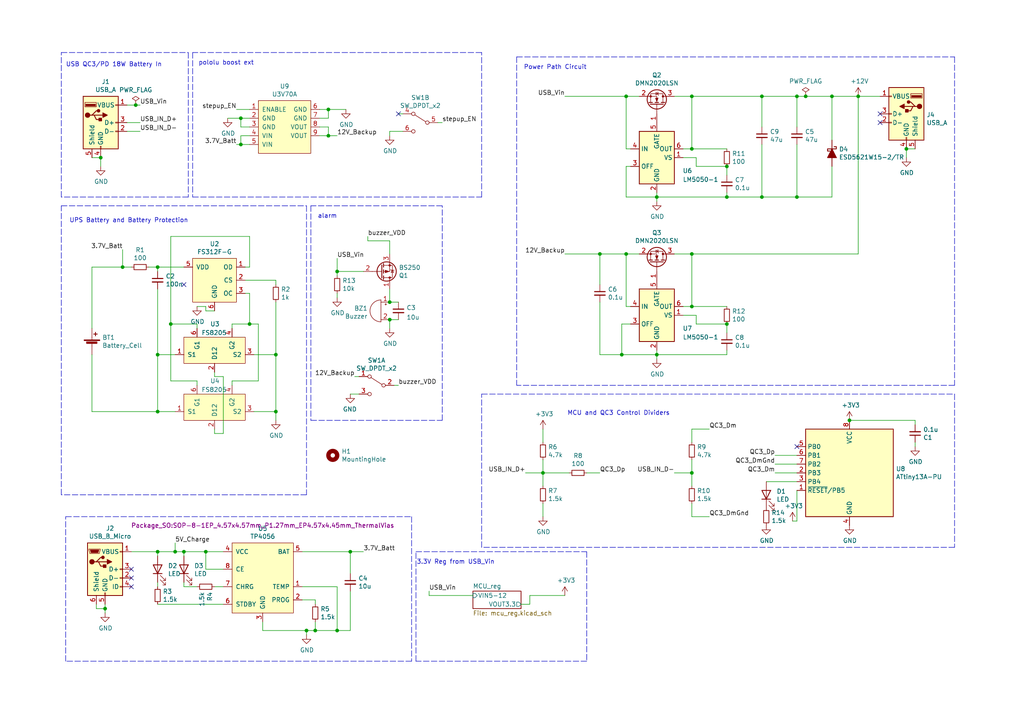
<source format=kicad_sch>
(kicad_sch (version 20210621) (generator eeschema)
  (paper "A4")
  (lib_symbols
    (symbol "Connector:USB_A" (pin_names (offset 1.016))
      (property "Reference" "J" (at -5.08 11.43 0))
      (property "Value" "USB_A" (at -5.08 8.89 0))
      (symbol "USB_A_0_1"
        (circle (center -3.81 2.159) (radius 0.635) (stroke (width 0.254)) (fill (type outline)))
        (circle (center -0.635 3.429) (radius 0.381) (stroke (width 0.254)) (fill (type outline)))
        (rectangle (start -1.27 4.572) (end -4.572 5.842))
        (rectangle (start -0.127 -7.62) (end 0.127 -6.858))
        (rectangle (start 5.08 -2.667) (end 4.318 -2.413))
        (rectangle (start 5.08 -0.127) (end 4.318 0.127))
        (rectangle (start 5.08 4.953) (end 4.318 5.207))
        (rectangle (start -1.524 4.826) (end -4.318 5.334) (fill (type outline)))
        (rectangle (start 0.254 1.27) (end -0.508 0.508) (stroke (width 0.254)) (fill (type outline)))
        (rectangle (start -5.08 -7.62) (end 5.08 7.62) (stroke (width 0.254)) (fill (type background)))
        (polyline (pts (xy -3.175 2.159) (xy -2.54 2.159) (xy -1.27 3.429) (xy -0.635 3.429)) (stroke (width 0.254)))
        (polyline (pts (xy -2.54 2.159) (xy -1.905 2.159) (xy -1.27 0.889) (xy 0 0.889)) (stroke (width 0.254)))
        (polyline (pts (xy 0.635 2.794) (xy 0.635 1.524) (xy 1.905 2.159) (xy 0.635 2.794)) (stroke (width 0.254)) (fill (type outline)))
      )
      (symbol "USB_A_1_1"
        (polyline (pts (xy -1.905 2.159) (xy 0.635 2.159)) (stroke (width 0.254)))
        (pin power_in line (at 7.62 5.08 180) (length 2.54) (name "VBUS") (number "1"))
        (pin bidirectional line (at 7.62 -2.54 180) (length 2.54) (name "D-") (number "2"))
        (pin bidirectional line (at 7.62 0 180) (length 2.54) (name "D+") (number "3"))
        (pin power_in line (at 0 -10.16 90) (length 2.54) (name "GND") (number "4"))
        (pin passive line (at -2.54 -10.16 90) (length 2.54) (name "Shield") (number "5"))
      )
    )
    (symbol "Connector:USB_B_Micro" (pin_names (offset 1.016))
      (property "Reference" "J" (at -5.08 11.43 0))
      (property "Value" "USB_B_Micro" (at -5.08 8.89 0))
      (symbol "USB_B_Micro_0_1"
        (circle (center -3.81 2.159) (radius 0.635) (stroke (width 0.254)) (fill (type outline)))
        (circle (center -0.635 3.429) (radius 0.381) (stroke (width 0.254)) (fill (type outline)))
        (rectangle (start -0.127 -7.62) (end 0.127 -6.858))
        (rectangle (start 5.08 -5.207) (end 4.318 -4.953))
        (rectangle (start 5.08 -2.667) (end 4.318 -2.413))
        (rectangle (start 5.08 -0.127) (end 4.318 0.127))
        (rectangle (start 5.08 4.953) (end 4.318 5.207))
        (rectangle (start 0.254 1.27) (end -0.508 0.508) (stroke (width 0.254)) (fill (type outline)))
        (rectangle (start -5.08 -7.62) (end 5.08 7.62) (stroke (width 0.254)) (fill (type background)))
        (polyline (pts (xy -1.905 2.159) (xy 0.635 2.159)) (stroke (width 0.254)))
        (polyline (pts (xy -3.175 2.159) (xy -2.54 2.159) (xy -1.27 3.429) (xy -0.635 3.429)) (stroke (width 0.254)))
        (polyline (pts (xy -2.54 2.159) (xy -1.905 2.159) (xy -1.27 0.889) (xy 0 0.889)) (stroke (width 0.254)))
        (polyline (pts (xy -4.699 5.842) (xy -4.699 5.588) (xy -4.445 4.826) (xy -4.445 4.572) (xy -1.651 4.572) (xy -1.651 4.826) (xy -1.397 5.588) (xy -1.397 5.842) (xy -4.699 5.842)))
        (polyline (pts (xy 0.635 2.794) (xy 0.635 1.524) (xy 1.905 2.159) (xy 0.635 2.794)) (stroke (width 0.254)) (fill (type outline)))
        (polyline (pts (xy -4.318 5.588) (xy -1.778 5.588) (xy -2.032 4.826) (xy -4.064 4.826) (xy -4.318 5.588)) (fill (type outline)))
      )
      (symbol "USB_B_Micro_1_1"
        (pin power_out line (at 7.62 5.08 180) (length 2.54) (name "VBUS") (number "1"))
        (pin bidirectional line (at 7.62 -2.54 180) (length 2.54) (name "D-") (number "2"))
        (pin bidirectional line (at 7.62 0 180) (length 2.54) (name "D+") (number "3"))
        (pin passive line (at 7.62 -5.08 180) (length 2.54) (name "ID") (number "4"))
        (pin power_out line (at 0 -10.16 90) (length 2.54) (name "GND") (number "5"))
        (pin passive line (at -2.54 -10.16 90) (length 2.54) (name "Shield") (number "6"))
      )
    )
    (symbol "Device:Battery_Cell" (pin_numbers hide) (pin_names (offset 0) hide)
      (property "Reference" "BT" (at 2.54 2.54 0))
      (property "Value" "Battery_Cell" (at 2.54 0 0))
      (symbol "Battery_Cell_0_1"
        (rectangle (start -2.286 1.778) (end 2.286 1.524) (fill (type outline)))
        (rectangle (start -1.5748 1.1938) (end 1.4732 0.6858) (fill (type outline)))
        (polyline (pts (xy 0 0.762) (xy 0 0)))
        (polyline (pts (xy 0 1.778) (xy 0 2.54)))
        (polyline (pts (xy 0.508 3.429) (xy 1.524 3.429)) (stroke (width 0.254)))
        (polyline (pts (xy 1.016 3.937) (xy 1.016 2.921)) (stroke (width 0.254)))
      )
      (symbol "Battery_Cell_1_1"
        (pin passive line (at 0 5.08 270) (length 2.54) (name "+") (number "1"))
        (pin passive line (at 0 -2.54 90) (length 2.54) (name "-") (number "2"))
      )
    )
    (symbol "Device:Buzzer" (pin_names (offset 0.0254) hide)
      (property "Reference" "BZ" (at 3.81 1.27 0))
      (property "Value" "Buzzer" (at 3.81 -1.27 0))
      (symbol "Buzzer_0_1"
        (arc (start 0 -3.175) (end 0 3.175) (radius (at 0 0) (length 3.175) (angles -89.9 89.9)))
        (polyline (pts (xy -1.651 1.905) (xy -1.143 1.905)))
        (polyline (pts (xy -1.397 2.159) (xy -1.397 1.651)))
        (polyline (pts (xy 0 3.175) (xy 0 -3.175)))
      )
      (symbol "Buzzer_1_1"
        (pin passive line (at -2.54 2.54 0) (length 2.54) (name "-") (number "1"))
        (pin passive line (at -2.54 -2.54 0) (length 2.54) (name "+") (number "2"))
      )
    )
    (symbol "Device:C_Small" (pin_numbers hide) (pin_names (offset 0.254) hide)
      (property "Reference" "C" (at 0.254 1.778 0))
      (property "Value" "C_Small" (at 0.254 -2.032 0))
      (symbol "C_Small_0_1"
        (polyline (pts (xy -1.524 -0.508) (xy 1.524 -0.508)) (stroke (width 0.3302)))
        (polyline (pts (xy -1.524 0.508) (xy 1.524 0.508)) (stroke (width 0.3048)))
      )
      (symbol "C_Small_1_1"
        (pin passive line (at 0 2.54 270) (length 2.032) (name "~") (number "1"))
        (pin passive line (at 0 -2.54 90) (length 2.032) (name "~") (number "2"))
      )
    )
    (symbol "Device:D_Schottky_ALT" (pin_numbers hide) (pin_names (offset 1.016) hide)
      (property "Reference" "D" (at 0 2.54 0))
      (property "Value" "D_Schottky_ALT" (at 0 -2.54 0))
      (symbol "D_Schottky_ALT_0_1"
        (polyline (pts (xy 1.27 0) (xy -1.27 0)))
        (polyline (pts (xy -1.905 0.635) (xy -1.905 1.27) (xy -1.27 1.27) (xy -1.27 -1.27) (xy -0.635 -1.27) (xy -0.635 -0.635)) (stroke (width 0.254)))
        (polyline (pts (xy 1.27 1.27) (xy 1.27 -1.27) (xy -1.27 0) (xy 1.27 1.27)) (stroke (width 0.254)) (fill (type outline)))
      )
      (symbol "D_Schottky_ALT_1_1"
        (pin passive line (at -3.81 0 0) (length 2.54) (name "K") (number "1"))
        (pin passive line (at 3.81 0 180) (length 2.54) (name "A") (number "2"))
      )
    )
    (symbol "Device:LED" (pin_numbers hide) (pin_names (offset 1.016) hide)
      (property "Reference" "D" (at 0 2.54 0))
      (property "Value" "LED" (at 0 -2.54 0))
      (symbol "LED_0_1"
        (polyline (pts (xy -1.27 -1.27) (xy -1.27 1.27)) (stroke (width 0.254)))
        (polyline (pts (xy -1.27 0) (xy 1.27 0)))
        (polyline (pts (xy 1.27 -1.27) (xy 1.27 1.27) (xy -1.27 0) (xy 1.27 -1.27)) (stroke (width 0.254)))
        (polyline (pts (xy -3.048 -0.762) (xy -4.572 -2.286) (xy -3.81 -2.286) (xy -4.572 -2.286) (xy -4.572 -1.524)))
        (polyline (pts (xy -1.778 -0.762) (xy -3.302 -2.286) (xy -2.54 -2.286) (xy -3.302 -2.286) (xy -3.302 -1.524)))
      )
      (symbol "LED_1_1"
        (pin passive line (at -3.81 0 0) (length 2.54) (name "K") (number "1"))
        (pin passive line (at 3.81 0 180) (length 2.54) (name "A") (number "2"))
      )
    )
    (symbol "Device:Q_NMOS_GSD" (pin_names (offset 0) hide)
      (property "Reference" "Q" (at 5.08 1.27 0))
      (property "Value" "Q_NMOS_GSD" (at 5.08 -1.27 0))
      (symbol "Q_NMOS_GSD_0_1"
        (circle (center 1.651 0) (radius 2.794) (stroke (width 0.254)))
        (circle (center 2.54 -1.778) (radius 0.254) (fill (type outline)))
        (circle (center 2.54 1.778) (radius 0.254) (fill (type outline)))
        (polyline (pts (xy 0.254 0) (xy -2.54 0)))
        (polyline (pts (xy 0.254 1.905) (xy 0.254 -1.905)) (stroke (width 0.254)))
        (polyline (pts (xy 0.762 -1.27) (xy 0.762 -2.286)) (stroke (width 0.254)))
        (polyline (pts (xy 0.762 0.508) (xy 0.762 -0.508)) (stroke (width 0.254)))
        (polyline (pts (xy 0.762 2.286) (xy 0.762 1.27)) (stroke (width 0.254)))
        (polyline (pts (xy 2.54 2.54) (xy 2.54 1.778)))
        (polyline (pts (xy 2.54 -2.54) (xy 2.54 0) (xy 0.762 0)))
        (polyline (pts (xy 0.762 -1.778) (xy 3.302 -1.778) (xy 3.302 1.778) (xy 0.762 1.778)))
        (polyline (pts (xy 2.794 0.508) (xy 2.921 0.381) (xy 3.683 0.381) (xy 3.81 0.254)))
        (polyline (pts (xy 3.302 0.381) (xy 2.921 -0.254) (xy 3.683 -0.254) (xy 3.302 0.381)))
        (polyline (pts (xy 1.016 0) (xy 2.032 0.381) (xy 2.032 -0.381) (xy 1.016 0)) (fill (type outline)))
      )
      (symbol "Q_NMOS_GSD_1_1"
        (pin input line (at -5.08 0 0) (length 2.54) (name "G") (number "1"))
        (pin passive line (at 2.54 -5.08 90) (length 2.54) (name "S") (number "2"))
        (pin passive line (at 2.54 5.08 270) (length 2.54) (name "D") (number "3"))
      )
    )
    (symbol "Device:R_Small" (pin_numbers hide) (pin_names (offset 0.254) hide)
      (property "Reference" "R" (at 0.762 0.508 0))
      (property "Value" "R_Small" (at 0.762 -1.016 0))
      (symbol "R_Small_0_1"
        (rectangle (start -0.762 1.778) (end 0.762 -1.778) (stroke (width 0.2032)))
      )
      (symbol "R_Small_1_1"
        (pin passive line (at 0 2.54 270) (length 0.762) (name "~") (number "1"))
        (pin passive line (at 0 -2.54 90) (length 0.762) (name "~") (number "2"))
      )
    )
    (symbol "MCU_Microchip_ATtiny:ATtiny13A-PU"
      (property "Reference" "U" (at -12.7 13.97 0))
      (property "Value" "ATtiny13A-PU" (at 2.54 -13.97 0))
      (symbol "ATtiny13A-PU_0_1"
        (rectangle (start -12.7 -12.7) (end 12.7 12.7) (stroke (width 0.254)) (fill (type background)))
      )
      (symbol "ATtiny13A-PU_1_1"
        (pin bidirectional line (at 15.24 -5.08 180) (length 2.54) (name "~{RESET}/PB5") (number "1"))
        (pin bidirectional line (at 15.24 0 180) (length 2.54) (name "PB3") (number "2"))
        (pin bidirectional line (at 15.24 -2.54 180) (length 2.54) (name "PB4") (number "3"))
        (pin power_in line (at 0 -15.24 90) (length 2.54) (name "GND") (number "4"))
        (pin bidirectional line (at 15.24 7.62 180) (length 2.54) (name "PB0") (number "5"))
        (pin bidirectional line (at 15.24 5.08 180) (length 2.54) (name "PB1") (number "6"))
        (pin bidirectional line (at 15.24 2.54 180) (length 2.54) (name "PB2") (number "7"))
        (pin power_in line (at 0 15.24 270) (length 2.54) (name "VCC") (number "8"))
      )
    )
    (symbol "Mechanical:MountingHole" (pin_names (offset 1.016))
      (property "Reference" "H" (at 0 5.08 0))
      (property "Value" "MountingHole" (at 0 3.175 0))
      (symbol "MountingHole_0_1"
        (circle (center 0 0) (radius 1.27) (stroke (width 1.27)))
      )
    )
    (symbol "Power_Management:LM5050-1"
      (property "Reference" "U" (at -5.08 8.89 0))
      (property "Value" "LM5050-1" (at 1.27 8.89 0))
      (symbol "LM5050-1_0_1"
        (rectangle (start -5.08 7.62) (end 5.08 -7.62) (stroke (width 0.254)) (fill (type background)))
      )
      (symbol "LM5050-1_1_1"
        (pin passive line (at 7.62 0 180) (length 2.54) (name "VS") (number "1"))
        (pin power_in line (at 0 -10.16 90) (length 2.54) (name "GND") (number "2"))
        (pin input line (at -7.62 -2.54 0) (length 2.54) (name "OFF") (number "3"))
        (pin input line (at -7.62 2.54 0) (length 2.54) (name "IN") (number "4"))
        (pin output line (at 0 10.16 270) (length 2.54) (name "GATE") (number "5"))
        (pin input line (at 7.62 2.54 180) (length 2.54) (name "OUT") (number "6"))
      )
    )
    (symbol "Switch:SW_DPDT_x2" (pin_names (offset 0) hide)
      (property "Reference" "SW" (at 0 4.318 0))
      (property "Value" "SW_DPDT_x2" (at 0 -5.08 0))
      (symbol "SW_DPDT_x2_0_0"
        (circle (center -2.032 0) (radius 0.508))
        (circle (center 2.032 -2.54) (radius 0.508))
      )
      (symbol "SW_DPDT_x2_0_1"
        (circle (center 2.032 2.54) (radius 0.508))
        (polyline (pts (xy -1.524 0.254) (xy 1.651 2.286)))
      )
      (symbol "SW_DPDT_x2_1_1"
        (pin passive line (at 5.08 2.54 180) (length 2.54) (name "A") (number "1"))
        (pin passive line (at -5.08 0 0) (length 2.54) (name "B") (number "2"))
        (pin passive line (at 5.08 -2.54 180) (length 2.54) (name "C") (number "3"))
      )
      (symbol "SW_DPDT_x2_2_1"
        (pin passive line (at 5.08 2.54 180) (length 2.54) (name "A") (number "4"))
        (pin passive line (at -5.08 0 0) (length 2.54) (name "B") (number "5"))
        (pin passive line (at 5.08 -2.54 180) (length 2.54) (name "C") (number "6"))
      )
    )
    (symbol "Transistor_FET:BS250" (pin_names hide)
      (property "Reference" "Q" (at 5.08 1.905 0))
      (property "Value" "BS250" (at 5.08 0 0))
      (symbol "BS250_0_1"
        (circle (center 1.651 0) (radius 2.794) (stroke (width 0.254)))
        (circle (center 2.54 -1.778) (radius 0.254) (fill (type outline)))
        (circle (center 2.54 1.778) (radius 0.254) (fill (type outline)))
        (polyline (pts (xy 0.254 0) (xy -2.54 0)))
        (polyline (pts (xy 0.254 1.905) (xy 0.254 -1.905)) (stroke (width 0.254)))
        (polyline (pts (xy 0.762 -1.27) (xy 0.762 -2.286)) (stroke (width 0.254)))
        (polyline (pts (xy 0.762 0.508) (xy 0.762 -0.508)) (stroke (width 0.254)))
        (polyline (pts (xy 0.762 2.286) (xy 0.762 1.27)) (stroke (width 0.254)))
        (polyline (pts (xy 2.54 2.54) (xy 2.54 1.778)))
        (polyline (pts (xy 2.54 -2.54) (xy 2.54 0) (xy 0.762 0)))
        (polyline (pts (xy 0.762 1.778) (xy 3.302 1.778) (xy 3.302 -1.778) (xy 0.762 -1.778)))
        (polyline (pts (xy 2.794 -0.508) (xy 2.921 -0.381) (xy 3.683 -0.381) (xy 3.81 -0.254)))
        (polyline (pts (xy 3.302 -0.381) (xy 2.921 0.254) (xy 3.683 0.254) (xy 3.302 -0.381)))
        (polyline (pts (xy 2.286 0) (xy 1.27 0.381) (xy 1.27 -0.381) (xy 2.286 0)) (fill (type outline)))
      )
      (symbol "BS250_1_1"
        (pin passive line (at 2.54 5.08 270) (length 2.54) (name "D") (number "1"))
        (pin input line (at -5.08 0 0) (length 2.54) (name "G") (number "2"))
        (pin passive line (at 2.54 -5.08 90) (length 2.54) (name "S") (number "3"))
      )
    )
    (symbol "lcsc_power:FS312F-G" (pin_names (offset 1.016))
      (property "Reference" "U" (at 0 11.43 0))
      (property "Value" "lcsc_power_FS312F-G" (at 0 8.89 0))
      (symbol "FS312F-G_0_1"
        (rectangle (start -6.35 6.35) (end 6.35 -6.35) (fill (type background)))
      )
      (symbol "FS312F-G_1_1"
        (pin bidirectional line (at -8.89 3.81 0) (length 2.54) (name "OD") (number "1"))
        (pin bidirectional line (at -8.89 0 0) (length 2.54) (name "CS") (number "2"))
        (pin bidirectional line (at -8.89 -3.81 0) (length 2.54) (name "OC") (number "3"))
        (pin bidirectional line (at 8.89 -1.27 180) (length 2.54) hide (name "TD") (number "4"))
        (pin power_in line (at 8.89 3.81 180) (length 2.54) (name "VDD") (number "5"))
        (pin bidirectional line (at 0 -8.89 90) (length 2.54) (name "GND") (number "6"))
      )
    )
    (symbol "lcsc_power:FS8205" (pin_names (offset 1.016))
      (property "Reference" "U" (at -2.54 8.89 0))
      (property "Value" "lcsc_power_FS8205" (at 0 6.35 0))
      (symbol "FS8205_0_1"
        (rectangle (start -8.89 3.81) (end 8.89 -3.81) (fill (type background)))
      )
      (symbol "FS8205_1_1"
        (pin bidirectional line (at -11.43 -1.27 0) (length 2.54) (name "S1") (number "1"))
        (pin bidirectional line (at 0 -6.35 90) (length 2.54) (name "D12") (number "2"))
        (pin bidirectional line (at 11.43 -1.27 180) (length 2.54) (name "S2") (number "3"))
        (pin bidirectional line (at 5.08 6.35 270) (length 2.54) (name "G2") (number "4"))
        (pin bidirectional line (at -5.08 6.35 270) (length 2.54) (name "G1") (number "6"))
      )
    )
    (symbol "lcsc_power:TP4056" (pin_names (offset 1.016))
      (property "Reference" "U" (at 0 15.24 0))
      (property "Value" "lcsc_power_TP4056" (at 0 12.7 0))
      (symbol "TP4056_0_1"
        (rectangle (start -8.89 10.16) (end 8.89 -10.16) (fill (type background)))
      )
      (symbol "TP4056_1_1"
        (pin bidirectional line (at 11.43 -2.54 180) (length 2.54) (name "TEMP") (number "1"))
        (pin bidirectional line (at 11.43 -6.35 180) (length 2.54) (name "PROG") (number "2"))
        (pin bidirectional line (at 0 -12.7 90) (length 2.54) (name "GND") (number "3"))
        (pin power_in line (at -11.43 7.62 0) (length 2.54) (name "VCC") (number "4"))
        (pin bidirectional line (at 11.43 7.62 180) (length 2.54) (name "BAT") (number "5"))
        (pin open_collector line (at -11.43 -7.62 0) (length 2.54) (name "STDBY") (number "6"))
        (pin open_collector line (at -11.43 -2.54 0) (length 2.54) (name "CHRG") (number "7"))
        (pin input line (at -11.43 2.54 0) (length 2.54) (name "CE") (number "8"))
        (pin input line (at 0 -12.7 90) (length 2.54) hide (name "THERMAL") (number "9"))
      )
    )
    (symbol "lcsc_power:U3V70A" (pin_names (offset 1.016))
      (property "Reference" "U" (at 0 8.89 0))
      (property "Value" "lcsc_power_U3V70A" (at 0 -8.89 0))
      (symbol "U3V70A_0_1"
        (rectangle (start -7.62 7.62) (end 7.62 -7.62) (fill (type background)))
      )
      (symbol "U3V70A_1_1"
        (pin power_in line (at -10.16 5.08 0) (length 2.54) (name "ENABLE") (number "1"))
        (pin power_in line (at -10.16 2.54 0) (length 2.54) (name "GND") (number "2"))
        (pin power_in line (at -10.16 0 0) (length 2.54) (name "GND") (number "3"))
        (pin power_in line (at -10.16 -2.54 0) (length 2.54) (name "VIN") (number "4"))
        (pin power_in line (at -10.16 -5.08 0) (length 2.54) (name "VIN") (number "5"))
        (pin input line (at 10.16 5.08 180) (length 2.54) (name "GND") (number "6"))
        (pin input line (at 10.16 2.54 180) (length 2.54) (name "GND") (number "7"))
        (pin input line (at 10.16 0 180) (length 2.54) (name "VOUT") (number "8"))
        (pin input line (at 10.16 -2.54 180) (length 2.54) (name "VOUT") (number "9"))
      )
    )
    (symbol "power:+12V" (power) (pin_names (offset 0))
      (property "Value" "+12V" (at 0 3.556 0))
      (symbol "+12V_0_1"
        (polyline (pts (xy -0.762 1.27) (xy 0 2.54)))
        (polyline (pts (xy 0 0) (xy 0 2.54)))
        (polyline (pts (xy 0 2.54) (xy 0.762 1.27)))
      )
      (symbol "+12V_1_1"
        (pin power_in line (at 0 0 90) (length 0) hide (name "+12V") (number "1"))
      )
    )
    (symbol "power:+3V3" (power) (pin_names (offset 0))
      (property "Value" "+3V3" (at 0 3.556 0))
      (symbol "+3V3_0_1"
        (polyline (pts (xy -0.762 1.27) (xy 0 2.54)))
        (polyline (pts (xy 0 0) (xy 0 2.54)))
        (polyline (pts (xy 0 2.54) (xy 0.762 1.27)))
      )
      (symbol "+3V3_1_1"
        (pin power_in line (at 0 0 90) (length 0) hide (name "+3V3") (number "1"))
      )
    )
    (symbol "power:GND" (power) (pin_names (offset 0))
      (property "Value" "GND" (at 0 -3.81 0))
      (symbol "GND_0_1"
        (polyline (pts (xy 0 0) (xy 0 -1.27) (xy 1.27 -1.27) (xy 0 -2.54) (xy -1.27 -1.27) (xy 0 -1.27)))
      )
      (symbol "GND_1_1"
        (pin power_in line (at 0 0 270) (length 0) hide (name "GND") (number "1"))
      )
    )
    (symbol "power:PWR_FLAG" (power) (pin_numbers hide) (pin_names (offset 0) hide)
      (property "Value" "PWR_FLAG" (at 0 3.81 0))
      (symbol "PWR_FLAG_0_0"
        (pin power_out line (at 0 0 90) (length 0) (name "pwr") (number "1"))
      )
      (symbol "PWR_FLAG_0_1"
        (polyline (pts (xy 0 0) (xy 0 1.27) (xy -1.016 1.905) (xy 0 2.54) (xy 1.016 1.905) (xy 0 1.27)))
      )
    )
  )
  (junction (at 29.21 45.72))
  (junction (at 30.48 176.53))
  (junction (at 35.56 77.47))
  (junction (at 39.37 30.48))
  (junction (at 45.72 77.47))
  (junction (at 45.72 102.87))
  (junction (at 45.72 119.38))
  (junction (at 45.72 160.02))
  (junction (at 49.53 93.98))
  (junction (at 50.8 160.02))
  (junction (at 53.34 160.02))
  (junction (at 59.69 160.02))
  (junction (at 69.85 34.29))
  (junction (at 69.85 41.91))
  (junction (at 72.39 93.98))
  (junction (at 80.01 102.87))
  (junction (at 80.01 119.38))
  (junction (at 88.9 182.88))
  (junction (at 91.44 182.88))
  (junction (at 95.25 31.75))
  (junction (at 95.25 39.37))
  (junction (at 97.79 78.74))
  (junction (at 97.79 182.88))
  (junction (at 101.6 160.02))
  (junction (at 113.03 87.63))
  (junction (at 113.03 92.71))
  (junction (at 157.48 137.16))
  (junction (at 173.99 73.66))
  (junction (at 180.34 102.87))
  (junction (at 181.61 27.94))
  (junction (at 181.61 73.66))
  (junction (at 190.5 57.15))
  (junction (at 190.5 102.87))
  (junction (at 200.66 27.94))
  (junction (at 200.66 43.18))
  (junction (at 200.66 73.66))
  (junction (at 200.66 88.9))
  (junction (at 200.66 137.16))
  (junction (at 210.82 48.26))
  (junction (at 210.82 57.15))
  (junction (at 210.82 93.98))
  (junction (at 220.98 27.94))
  (junction (at 220.98 57.15))
  (junction (at 231.14 27.94))
  (junction (at 231.14 57.15))
  (junction (at 233.68 27.94))
  (junction (at 241.3 27.94))
  (junction (at 246.38 121.92))
  (junction (at 248.92 27.94))
  (junction (at 262.89 43.18))
  (no_connect (at 38.1 165.1))
  (no_connect (at 38.1 167.64))
  (no_connect (at 38.1 170.18))
  (no_connect (at 53.34 82.55))
  (no_connect (at 115.57 33.02))
  (no_connect (at 231.14 129.54))
  (no_connect (at 255.27 33.02))
  (no_connect (at 255.27 35.56))
  (wire (pts (xy 26.67 45.72) (xy 29.21 45.72)))
  (wire (pts (xy 26.67 77.47) (xy 26.67 95.25)))
  (wire (pts (xy 26.67 102.87) (xy 26.67 119.38)))
  (wire (pts (xy 26.67 119.38) (xy 45.72 119.38)))
  (wire (pts (xy 27.94 176.53) (xy 27.94 175.26)))
  (wire (pts (xy 29.21 45.72) (xy 29.21 48.26)))
  (wire (pts (xy 30.48 175.26) (xy 30.48 176.53)))
  (wire (pts (xy 30.48 176.53) (xy 27.94 176.53)))
  (wire (pts (xy 30.48 176.53) (xy 30.48 177.8)))
  (wire (pts (xy 35.56 72.39) (xy 35.56 77.47)))
  (wire (pts (xy 35.56 77.47) (xy 26.67 77.47)))
  (wire (pts (xy 36.83 30.48) (xy 39.37 30.48)))
  (wire (pts (xy 36.83 38.1) (xy 40.64 38.1)))
  (wire (pts (xy 38.1 77.47) (xy 35.56 77.47)))
  (wire (pts (xy 38.1 160.02) (xy 45.72 160.02)))
  (wire (pts (xy 39.37 30.48) (xy 40.64 30.48)))
  (wire (pts (xy 40.64 35.56) (xy 36.83 35.56)))
  (wire (pts (xy 43.18 77.47) (xy 45.72 77.47)))
  (wire (pts (xy 45.72 77.47) (xy 45.72 78.74)))
  (wire (pts (xy 45.72 77.47) (xy 53.34 77.47)))
  (wire (pts (xy 45.72 83.82) (xy 45.72 102.87)))
  (wire (pts (xy 45.72 102.87) (xy 45.72 119.38)))
  (wire (pts (xy 45.72 102.87) (xy 50.8 102.87)))
  (wire (pts (xy 45.72 119.38) (xy 50.8 119.38)))
  (wire (pts (xy 45.72 160.02) (xy 45.72 161.29)))
  (wire (pts (xy 45.72 160.02) (xy 50.8 160.02)))
  (wire (pts (xy 45.72 168.91) (xy 45.72 170.18)))
  (wire (pts (xy 45.72 175.26) (xy 64.77 175.26)))
  (wire (pts (xy 49.53 68.58) (xy 72.39 68.58)))
  (wire (pts (xy 49.53 93.98) (xy 49.53 68.58)))
  (wire (pts (xy 49.53 93.98) (xy 49.53 110.49)))
  (wire (pts (xy 49.53 110.49) (xy 57.15 110.49)))
  (wire (pts (xy 50.8 157.48) (xy 50.8 160.02)))
  (wire (pts (xy 50.8 160.02) (xy 53.34 160.02)))
  (wire (pts (xy 53.34 160.02) (xy 53.34 161.29)))
  (wire (pts (xy 53.34 160.02) (xy 59.69 160.02)))
  (wire (pts (xy 53.34 168.91) (xy 53.34 170.18)))
  (wire (pts (xy 53.34 170.18) (xy 57.15 170.18)))
  (wire (pts (xy 57.15 88.9) (xy 59.69 88.9)))
  (wire (pts (xy 57.15 93.98) (xy 49.53 93.98)))
  (wire (pts (xy 57.15 93.98) (xy 57.15 95.25)))
  (wire (pts (xy 57.15 110.49) (xy 57.15 111.76)))
  (wire (pts (xy 59.69 90.17) (xy 59.69 88.9)))
  (wire (pts (xy 59.69 90.17) (xy 62.23 90.17)))
  (wire (pts (xy 59.69 160.02) (xy 64.77 160.02)))
  (wire (pts (xy 59.69 165.1) (xy 59.69 160.02)))
  (wire (pts (xy 62.23 107.95) (xy 62.23 109.22)))
  (wire (pts (xy 62.23 109.22) (xy 64.77 109.22)))
  (wire (pts (xy 62.23 125.73) (xy 62.23 124.46)))
  (wire (pts (xy 62.23 170.18) (xy 64.77 170.18)))
  (wire (pts (xy 64.77 109.22) (xy 64.77 125.73)))
  (wire (pts (xy 64.77 125.73) (xy 62.23 125.73)))
  (wire (pts (xy 64.77 165.1) (xy 59.69 165.1)))
  (wire (pts (xy 66.04 34.29) (xy 69.85 34.29)))
  (wire (pts (xy 67.31 93.98) (xy 67.31 95.25)))
  (wire (pts (xy 67.31 93.98) (xy 72.39 93.98)))
  (wire (pts (xy 67.31 110.49) (xy 67.31 111.76)))
  (wire (pts (xy 67.31 110.49) (xy 74.93 110.49)))
  (wire (pts (xy 68.58 31.75) (xy 72.39 31.75)))
  (wire (pts (xy 68.58 41.91) (xy 69.85 41.91)))
  (wire (pts (xy 69.85 34.29) (xy 72.39 34.29)))
  (wire (pts (xy 69.85 36.83) (xy 69.85 34.29)))
  (wire (pts (xy 69.85 39.37) (xy 69.85 41.91)))
  (wire (pts (xy 69.85 39.37) (xy 72.39 39.37)))
  (wire (pts (xy 69.85 41.91) (xy 72.39 41.91)))
  (wire (pts (xy 71.12 85.09) (xy 72.39 85.09)))
  (wire (pts (xy 72.39 36.83) (xy 69.85 36.83)))
  (wire (pts (xy 72.39 68.58) (xy 72.39 77.47)))
  (wire (pts (xy 72.39 77.47) (xy 71.12 77.47)))
  (wire (pts (xy 72.39 85.09) (xy 72.39 93.98)))
  (wire (pts (xy 73.66 102.87) (xy 80.01 102.87)))
  (wire (pts (xy 73.66 119.38) (xy 80.01 119.38)))
  (wire (pts (xy 74.93 93.98) (xy 72.39 93.98)))
  (wire (pts (xy 74.93 110.49) (xy 74.93 93.98)))
  (wire (pts (xy 76.2 180.34) (xy 76.2 182.88)))
  (wire (pts (xy 76.2 182.88) (xy 88.9 182.88)))
  (wire (pts (xy 80.01 81.28) (xy 71.12 81.28)))
  (wire (pts (xy 80.01 82.55) (xy 80.01 81.28)))
  (wire (pts (xy 80.01 87.63) (xy 80.01 102.87)))
  (wire (pts (xy 80.01 102.87) (xy 80.01 119.38)))
  (wire (pts (xy 80.01 119.38) (xy 80.01 121.92)))
  (wire (pts (xy 87.63 170.18) (xy 97.79 170.18)))
  (wire (pts (xy 87.63 173.99) (xy 91.44 173.99)))
  (wire (pts (xy 88.9 182.88) (xy 88.9 184.15)))
  (wire (pts (xy 88.9 182.88) (xy 91.44 182.88)))
  (wire (pts (xy 91.44 173.99) (xy 91.44 175.26)))
  (wire (pts (xy 91.44 180.34) (xy 91.44 182.88)))
  (wire (pts (xy 91.44 182.88) (xy 97.79 182.88)))
  (wire (pts (xy 92.71 31.75) (xy 95.25 31.75)))
  (wire (pts (xy 92.71 36.83) (xy 95.25 36.83)))
  (wire (pts (xy 92.71 39.37) (xy 95.25 39.37)))
  (wire (pts (xy 95.25 31.75) (xy 95.25 34.29)))
  (wire (pts (xy 95.25 31.75) (xy 100.33 31.75)))
  (wire (pts (xy 95.25 34.29) (xy 92.71 34.29)))
  (wire (pts (xy 95.25 36.83) (xy 95.25 39.37)))
  (wire (pts (xy 95.25 39.37) (xy 97.79 39.37)))
  (wire (pts (xy 97.79 74.93) (xy 97.79 78.74)))
  (wire (pts (xy 97.79 78.74) (xy 97.79 80.01)))
  (wire (pts (xy 97.79 78.74) (xy 105.41 78.74)))
  (wire (pts (xy 97.79 85.09) (xy 97.79 86.36)))
  (wire (pts (xy 97.79 170.18) (xy 97.79 182.88)))
  (wire (pts (xy 97.79 182.88) (xy 101.6 182.88)))
  (wire (pts (xy 101.6 160.02) (xy 87.63 160.02)))
  (wire (pts (xy 101.6 166.37) (xy 101.6 160.02)))
  (wire (pts (xy 101.6 182.88) (xy 101.6 171.45)))
  (wire (pts (xy 104.14 109.22) (xy 102.87 109.22)))
  (wire (pts (xy 104.14 114.3) (xy 101.6 114.3)))
  (wire (pts (xy 105.41 160.02) (xy 101.6 160.02)))
  (wire (pts (xy 106.68 68.58) (xy 106.68 69.85)))
  (wire (pts (xy 106.68 69.85) (xy 113.03 69.85)))
  (wire (pts (xy 113.03 38.1) (xy 113.03 39.37)))
  (wire (pts (xy 113.03 38.1) (xy 116.84 38.1)))
  (wire (pts (xy 113.03 69.85) (xy 113.03 73.66)))
  (wire (pts (xy 113.03 83.82) (xy 113.03 87.63)))
  (wire (pts (xy 113.03 87.63) (xy 115.57 87.63)))
  (wire (pts (xy 113.03 92.71) (xy 113.03 95.25)))
  (wire (pts (xy 113.03 92.71) (xy 115.57 92.71)))
  (wire (pts (xy 115.57 33.02) (xy 116.84 33.02)))
  (wire (pts (xy 115.57 111.76) (xy 114.3 111.76)))
  (wire (pts (xy 124.46 171.45) (xy 124.46 172.72)))
  (wire (pts (xy 124.46 172.72) (xy 137.16 172.72)))
  (wire (pts (xy 128.27 35.56) (xy 127 35.56)))
  (wire (pts (xy 152.4 137.16) (xy 157.48 137.16)))
  (wire (pts (xy 153.67 172.72) (xy 153.67 175.26)))
  (wire (pts (xy 153.67 172.72) (xy 163.83 172.72)))
  (wire (pts (xy 153.67 175.26) (xy 151.13 175.26)))
  (wire (pts (xy 157.48 124.46) (xy 157.48 128.27)))
  (wire (pts (xy 157.48 133.35) (xy 157.48 137.16)))
  (wire (pts (xy 157.48 137.16) (xy 157.48 140.97)))
  (wire (pts (xy 157.48 137.16) (xy 165.1 137.16)))
  (wire (pts (xy 157.48 146.05) (xy 157.48 149.86)))
  (wire (pts (xy 163.83 27.94) (xy 181.61 27.94)))
  (wire (pts (xy 163.83 73.66) (xy 173.99 73.66)))
  (wire (pts (xy 170.18 137.16) (xy 173.99 137.16)))
  (wire (pts (xy 173.99 73.66) (xy 173.99 82.55)))
  (wire (pts (xy 173.99 73.66) (xy 181.61 73.66)))
  (wire (pts (xy 173.99 87.63) (xy 173.99 102.87)))
  (wire (pts (xy 173.99 102.87) (xy 180.34 102.87)))
  (wire (pts (xy 180.34 93.98) (xy 180.34 102.87)))
  (wire (pts (xy 180.34 93.98) (xy 182.88 93.98)))
  (wire (pts (xy 180.34 102.87) (xy 190.5 102.87)))
  (wire (pts (xy 181.61 27.94) (xy 181.61 43.18)))
  (wire (pts (xy 181.61 43.18) (xy 182.88 43.18)))
  (wire (pts (xy 181.61 48.26) (xy 181.61 57.15)))
  (wire (pts (xy 181.61 57.15) (xy 190.5 57.15)))
  (wire (pts (xy 181.61 73.66) (xy 181.61 88.9)))
  (wire (pts (xy 181.61 88.9) (xy 182.88 88.9)))
  (wire (pts (xy 182.88 48.26) (xy 181.61 48.26)))
  (wire (pts (xy 185.42 27.94) (xy 181.61 27.94)))
  (wire (pts (xy 185.42 73.66) (xy 181.61 73.66)))
  (wire (pts (xy 190.5 55.88) (xy 190.5 57.15)))
  (wire (pts (xy 190.5 57.15) (xy 190.5 58.42)))
  (wire (pts (xy 190.5 57.15) (xy 210.82 57.15)))
  (wire (pts (xy 190.5 101.6) (xy 190.5 102.87)))
  (wire (pts (xy 190.5 102.87) (xy 190.5 104.14)))
  (wire (pts (xy 190.5 102.87) (xy 210.82 102.87)))
  (wire (pts (xy 195.58 27.94) (xy 200.66 27.94)))
  (wire (pts (xy 195.58 73.66) (xy 200.66 73.66)))
  (wire (pts (xy 200.66 27.94) (xy 220.98 27.94)))
  (wire (pts (xy 200.66 43.18) (xy 198.12 43.18)))
  (wire (pts (xy 200.66 43.18) (xy 200.66 27.94)))
  (wire (pts (xy 200.66 43.18) (xy 210.82 43.18)))
  (wire (pts (xy 200.66 73.66) (xy 248.92 73.66)))
  (wire (pts (xy 200.66 88.9) (xy 198.12 88.9)))
  (wire (pts (xy 200.66 88.9) (xy 200.66 73.66)))
  (wire (pts (xy 200.66 88.9) (xy 210.82 88.9)))
  (wire (pts (xy 200.66 124.46) (xy 200.66 128.27)))
  (wire (pts (xy 200.66 124.46) (xy 205.74 124.46)))
  (wire (pts (xy 200.66 133.35) (xy 200.66 137.16)))
  (wire (pts (xy 200.66 137.16) (xy 195.58 137.16)))
  (wire (pts (xy 200.66 137.16) (xy 200.66 140.97)))
  (wire (pts (xy 200.66 146.05) (xy 200.66 149.86)))
  (wire (pts (xy 200.66 149.86) (xy 205.74 149.86)))
  (wire (pts (xy 201.93 45.72) (xy 198.12 45.72)))
  (wire (pts (xy 201.93 48.26) (xy 201.93 45.72)))
  (wire (pts (xy 201.93 91.44) (xy 198.12 91.44)))
  (wire (pts (xy 201.93 93.98) (xy 201.93 91.44)))
  (wire (pts (xy 210.82 48.26) (xy 201.93 48.26)))
  (wire (pts (xy 210.82 48.26) (xy 210.82 50.8)))
  (wire (pts (xy 210.82 57.15) (xy 210.82 55.88)))
  (wire (pts (xy 210.82 93.98) (xy 201.93 93.98)))
  (wire (pts (xy 210.82 93.98) (xy 210.82 96.52)))
  (wire (pts (xy 210.82 102.87) (xy 210.82 101.6)))
  (wire (pts (xy 220.98 27.94) (xy 220.98 36.83)))
  (wire (pts (xy 220.98 27.94) (xy 231.14 27.94)))
  (wire (pts (xy 220.98 41.91) (xy 220.98 57.15)))
  (wire (pts (xy 220.98 57.15) (xy 210.82 57.15)))
  (wire (pts (xy 222.25 139.7) (xy 231.14 139.7)))
  (wire (pts (xy 224.79 132.08) (xy 231.14 132.08)))
  (wire (pts (xy 224.79 134.62) (xy 231.14 134.62)))
  (wire (pts (xy 224.79 137.16) (xy 231.14 137.16)))
  (wire (pts (xy 231.14 27.94) (xy 233.68 27.94)))
  (wire (pts (xy 231.14 36.83) (xy 231.14 27.94)))
  (wire (pts (xy 231.14 41.91) (xy 231.14 57.15)))
  (wire (pts (xy 231.14 57.15) (xy 220.98 57.15)))
  (wire (pts (xy 231.14 142.24) (xy 231.14 151.13)))
  (wire (pts (xy 231.14 151.13) (xy 229.87 151.13)))
  (wire (pts (xy 233.68 27.94) (xy 241.3 27.94)))
  (wire (pts (xy 241.3 27.94) (xy 248.92 27.94)))
  (wire (pts (xy 241.3 40.64) (xy 241.3 27.94)))
  (wire (pts (xy 241.3 48.26) (xy 241.3 57.15)))
  (wire (pts (xy 241.3 57.15) (xy 231.14 57.15)))
  (wire (pts (xy 246.38 121.92) (xy 265.43 121.92)))
  (wire (pts (xy 248.92 27.94) (xy 255.27 27.94)))
  (wire (pts (xy 248.92 73.66) (xy 248.92 27.94)))
  (wire (pts (xy 262.89 43.18) (xy 262.89 45.72)))
  (wire (pts (xy 262.89 43.18) (xy 265.43 43.18)))
  (wire (pts (xy 265.43 121.92) (xy 265.43 123.19)))
  (wire (pts (xy 265.43 128.27) (xy 265.43 129.54)))
  (polyline (pts (xy 17.78 15.24) (xy 54.61 15.24)))
  (polyline (pts (xy 17.78 57.15) (xy 17.78 15.24)))
  (polyline (pts (xy 17.78 59.69) (xy 88.9 59.69)))
  (polyline (pts (xy 17.78 143.51) (xy 17.78 59.69)))
  (polyline (pts (xy 19.05 149.86) (xy 119.38 149.86)))
  (polyline (pts (xy 19.05 191.77) (xy 19.05 149.86)))
  (polyline (pts (xy 54.61 15.24) (xy 54.61 57.15)))
  (polyline (pts (xy 54.61 57.15) (xy 17.78 57.15)))
  (polyline (pts (xy 55.88 15.24) (xy 55.88 57.15)))
  (polyline (pts (xy 55.88 57.15) (xy 139.7 57.15)))
  (polyline (pts (xy 88.9 59.69) (xy 88.9 143.51)))
  (polyline (pts (xy 88.9 143.51) (xy 17.78 143.51)))
  (polyline (pts (xy 90.17 59.69) (xy 90.17 121.92)))
  (polyline (pts (xy 90.17 121.92) (xy 128.27 121.92)))
  (polyline (pts (xy 119.38 149.86) (xy 119.38 191.77)))
  (polyline (pts (xy 119.38 191.77) (xy 19.05 191.77)))
  (polyline (pts (xy 120.65 160.02) (xy 170.18 160.02)))
  (polyline (pts (xy 120.65 191.77) (xy 120.65 160.02)))
  (polyline (pts (xy 128.27 59.69) (xy 90.17 59.69)))
  (polyline (pts (xy 128.27 121.92) (xy 128.27 59.69)))
  (polyline (pts (xy 139.7 15.24) (xy 55.88 15.24)))
  (polyline (pts (xy 139.7 57.15) (xy 139.7 15.24)))
  (polyline (pts (xy 139.7 114.3) (xy 276.86 114.3)))
  (polyline (pts (xy 139.7 158.75) (xy 139.7 114.3)))
  (polyline (pts (xy 149.86 16.51) (xy 149.86 111.76)))
  (polyline (pts (xy 149.86 16.51) (xy 276.86 16.51)))
  (polyline (pts (xy 170.18 160.02) (xy 170.18 191.77)))
  (polyline (pts (xy 170.18 191.77) (xy 120.65 191.77)))
  (polyline (pts (xy 276.86 16.51) (xy 276.86 111.76)))
  (polyline (pts (xy 276.86 111.76) (xy 149.86 111.76)))
  (polyline (pts (xy 276.86 114.3) (xy 276.86 158.75)))
  (polyline (pts (xy 276.86 158.75) (xy 139.7 158.75)))
  (text "USB QC3/PD 18W Battery In\n\n" (at 46.99 21.59 180) (effects (font (size 1.27 1.27)) (justify right bottom)))
  (text "UPS Battery and Battery Protection\n" (at 54.61 64.77 180) (effects (font (size 1.27 1.27)) (justify right bottom)))
  (text "pololu boost ext" (at 73.66 19.05 180) (effects (font (size 1.27 1.27)) (justify right bottom)))
  (text "alarm\n" (at 97.79 63.5 180) (effects (font (size 1.27 1.27)) (justify right bottom)))
  (text "3.3V Reg from USB_Vin\n" (at 143.51 163.83 180) (effects (font (size 1.27 1.27)) (justify right bottom)))
  (text "Power Path Circuit" (at 170.18 20.32 180) (effects (font (size 1.27 1.27)) (justify right bottom)))
  (text "MCU and QC3 Control Dividers\n" (at 194.31 120.65 180) (effects (font (size 1.27 1.27)) (justify right bottom)))
  (label "3.7V_Batt" (at 35.56 72.39 180))
  (label "USB_Vin" (at 40.64 30.48 0))
  (label "USB_IN_D+" (at 40.64 35.56 0))
  (label "USB_IN_D-" (at 40.64 38.1 0))
  (label "5V_Charge" (at 50.8 157.48 0))
  (label "stepup_EN" (at 68.58 31.75 180))
  (label "3.7V_Batt" (at 68.58 41.91 180))
  (label "12V_Backup" (at 97.79 39.37 0))
  (label "USB_Vin" (at 97.79 74.93 0))
  (label "12V_Backup" (at 102.87 109.22 180))
  (label "3.7V_Batt" (at 105.41 160.02 0))
  (label "buzzer_VDD" (at 106.68 68.58 0))
  (label "buzzer_VDD" (at 115.57 111.76 0))
  (label "USB_Vin" (at 124.46 171.45 0))
  (label "stepup_EN" (at 128.27 35.56 0))
  (label "USB_IN_D+" (at 152.4 137.16 180))
  (label "USB_Vin" (at 163.83 27.94 180))
  (label "12V_Backup" (at 163.83 73.66 180))
  (label "QC3_Dp" (at 173.99 137.16 0))
  (label "USB_IN_D-" (at 195.58 137.16 180))
  (label "QC3_Dm" (at 205.74 124.46 0))
  (label "QC3_DmGnd" (at 205.74 149.86 0))
  (label "QC3_Dp" (at 224.79 132.08 180))
  (label "QC3_DmGnd" (at 224.79 134.62 180))
  (label "QC3_Dm" (at 224.79 137.16 180))
  (symbol (lib_id "power:+3V3") (at 157.48 124.46 0) (unit 1)
    (property "Reference" "#PWR0104" (effects hide))
    (property "Value" "+3V3" (at 157.861 120.0658 0))
  )
  (symbol (lib_id "power:+3V3") (at 163.83 172.72 0) (unit 1)
    (property "Reference" "#PWR0106" (effects hide))
    (property "Value" "+3V3" (at 164.211 168.3258 0))
  )
  (symbol (lib_id "power:+3V3") (at 229.87 151.13 0) (unit 1)
    (property "Reference" "#PWR0109" (effects hide))
    (property "Value" "+3V3" (at 230.251 146.7358 0))
  )
  (symbol (lib_id "power:+3V3") (at 246.38 121.92 0) (unit 1)
    (property "Reference" "#PWR0105" (effects hide))
    (property "Value" "+3V3" (at 246.761 117.5258 0))
  )
  (symbol (lib_id "power:+12V") (at 248.92 27.94 0) (unit 1)
    (property "Reference" "#PWR019" (effects hide))
    (property "Value" "+12V" (at 249.301 23.5458 0))
  )
  (symbol (lib_id "power:PWR_FLAG") (at 39.37 30.48 0) (unit 1)
    (property "Reference" "#FLG01" (effects hide))
    (property "Value" "PWR_FLAG" (at 39.37 26.0858 0))
  )
  (symbol (lib_id "power:PWR_FLAG") (at 233.68 27.94 0) (unit 1)
    (property "Reference" "#FLG02" (effects hide))
    (property "Value" "PWR_FLAG" (at 233.68 23.5458 0))
  )
  (symbol (lib_id "power:GND") (at 29.21 48.26 0) (unit 1)
    (property "Reference" "#PWR03" (effects hide))
    (property "Value" "GND" (at 29.337 52.6542 0))
  )
  (symbol (lib_id "power:GND") (at 30.48 177.8 0) (unit 1)
    (property "Reference" "#PWR01" (effects hide))
    (property "Value" "GND" (at 30.607 182.1942 0))
  )
  (symbol (lib_id "power:GND") (at 57.15 88.9 0) (unit 1)
    (property "Reference" "#PWR05" (effects hide))
    (property "Value" "GND" (at 57.277 93.2942 0))
  )
  (symbol (lib_id "power:GND") (at 66.04 34.29 0) (unit 1)
    (property "Reference" "#PWR012" (effects hide))
    (property "Value" "GND" (at 66.167 38.6842 0))
  )
  (symbol (lib_id "power:GND") (at 80.01 121.92 0) (unit 1)
    (property "Reference" "#PWR0101" (effects hide))
    (property "Value" "GND" (at 80.137 126.3142 0))
  )
  (symbol (lib_id "power:GND") (at 88.9 184.15 0) (unit 1)
    (property "Reference" "#PWR0102" (effects hide))
    (property "Value" "GND" (at 89.027 188.5442 0))
  )
  (symbol (lib_id "power:GND") (at 97.79 86.36 0) (unit 1)
    (property "Reference" "#PWR0110" (effects hide))
    (property "Value" "GND" (at 97.917 90.7542 0))
  )
  (symbol (lib_id "power:GND") (at 100.33 31.75 0) (unit 1)
    (property "Reference" "#PWR011" (effects hide))
    (property "Value" "GND" (at 100.457 36.1442 0))
  )
  (symbol (lib_id "power:GND") (at 101.6 114.3 0) (mirror y) (unit 1)
    (property "Reference" "#PWR02" (effects hide))
    (property "Value" "GND" (at 101.473 118.6942 0))
  )
  (symbol (lib_id "power:GND") (at 113.03 39.37 0) (unit 1)
    (property "Reference" "#PWR07" (effects hide))
    (property "Value" "GND" (at 113.157 43.7642 0))
  )
  (symbol (lib_id "power:GND") (at 113.03 95.25 0) (unit 1)
    (property "Reference" "#PWR014" (effects hide))
    (property "Value" "GND" (at 113.157 99.6442 0))
  )
  (symbol (lib_id "power:GND") (at 157.48 149.86 0) (unit 1)
    (property "Reference" "#PWR016" (effects hide))
    (property "Value" "GND" (at 157.607 154.2542 0))
  )
  (symbol (lib_id "power:GND") (at 190.5 58.42 0) (unit 1)
    (property "Reference" "#PWR017" (effects hide))
    (property "Value" "GND" (at 190.627 62.8142 0))
  )
  (symbol (lib_id "power:GND") (at 190.5 104.14 0) (unit 1)
    (property "Reference" "#PWR018" (effects hide))
    (property "Value" "GND" (at 190.627 108.5342 0))
  )
  (symbol (lib_id "power:GND") (at 222.25 152.4 0) (unit 1)
    (property "Reference" "#PWR0103" (effects hide))
    (property "Value" "GND" (at 222.377 156.7942 0))
  )
  (symbol (lib_id "power:GND") (at 246.38 152.4 0) (unit 1)
    (property "Reference" "#PWR021" (effects hide))
    (property "Value" "GND" (at 246.507 156.7942 0))
  )
  (symbol (lib_id "power:GND") (at 262.89 45.72 0) (unit 1)
    (property "Reference" "#PWR022" (effects hide))
    (property "Value" "GND" (at 263.017 50.1142 0))
  )
  (symbol (lib_id "power:GND") (at 265.43 129.54 0) (unit 1)
    (property "Reference" "#PWR0108" (effects hide))
    (property "Value" "GND" (at 265.557 133.9342 0))
  )
  (symbol (lib_id "Device:R_Small") (at 40.64 77.47 90) (unit 1)
    (property "Reference" "R1" (at 40.64 72.4916 90))
    (property "Value" "100" (at 40.64 74.803 90))
    (property "Footprint" "Resistor_SMD:R_0603_1608Metric_Pad0.98x0.95mm_HandSolder" (effects hide))
  )
  (symbol (lib_id "Device:R_Small") (at 45.72 172.72 0) (unit 1)
    (property "Reference" "R3" (at 47.2186 171.5516 0) (effects (justify left)))
    (property "Value" "1.5k" (at 47.2186 173.863 0) (effects (justify left)))
    (property "Footprint" "Resistor_SMD:R_0603_1608Metric_Pad0.98x0.95mm_HandSolder" (effects hide))
  )
  (symbol (lib_id "Device:R_Small") (at 59.69 170.18 270) (unit 1)
    (property "Reference" "R4" (at 60.8584 171.6786 0) (effects (justify left)))
    (property "Value" "1.5k" (at 58.547 171.6786 0) (effects (justify left)))
    (property "Footprint" "Resistor_SMD:R_0603_1608Metric_Pad0.98x0.95mm_HandSolder" (effects hide))
  )
  (symbol (lib_id "Device:R_Small") (at 80.01 85.09 0) (unit 1)
    (property "Reference" "R2" (at 81.5086 83.9216 0) (effects (justify left)))
    (property "Value" "1k" (at 81.5086 86.233 0) (effects (justify left)))
    (property "Footprint" "Resistor_SMD:R_0603_1608Metric_Pad0.98x0.95mm_HandSolder" (effects hide))
  )
  (symbol (lib_id "Device:R_Small") (at 91.44 177.8 0) (unit 1)
    (property "Reference" "R5" (at 92.9386 176.6316 0) (effects (justify left)))
    (property "Value" "1.5k" (at 92.9386 178.943 0) (effects (justify left)))
    (property "Footprint" "Resistor_SMD:R_0603_1608Metric_Pad0.98x0.95mm_HandSolder" (effects hide))
  )
  (symbol (lib_id "Device:R_Small") (at 97.79 82.55 0) (unit 1)
    (property "Reference" "R13" (at 99.2886 81.3816 0) (effects (justify left)))
    (property "Value" "10k" (at 99.2886 83.693 0) (effects (justify left)))
    (property "Footprint" "Resistor_THT:R_Axial_DIN0309_L9.0mm_D3.2mm_P5.08mm_Vertical" (effects hide))
  )
  (symbol (lib_id "Device:R_Small") (at 157.48 130.81 0) (unit 1)
    (property "Reference" "R6" (at 158.9786 129.6416 0) (effects (justify left)))
    (property "Value" "4.7k" (at 158.9786 131.953 0) (effects (justify left)))
    (property "Footprint" "Resistor_SMD:R_0603_1608Metric_Pad0.98x0.95mm_HandSolder" (effects hide))
  )
  (symbol (lib_id "Device:R_Small") (at 157.48 143.51 0) (unit 1)
    (property "Reference" "R7" (at 158.9786 142.3416 0) (effects (justify left)))
    (property "Value" "1.5k" (at 158.9786 144.653 0) (effects (justify left)))
    (property "Footprint" "Resistor_SMD:R_0603_1608Metric_Pad0.98x0.95mm_HandSolder" (effects hide))
  )
  (symbol (lib_id "Device:R_Small") (at 167.64 137.16 270) (unit 1)
    (property "Reference" "R8" (at 167.64 132.1816 90))
    (property "Value" "100" (at 167.64 134.493 90))
    (property "Footprint" "Resistor_SMD:R_0603_1608Metric_Pad0.98x0.95mm_HandSolder" (effects hide))
  )
  (symbol (lib_id "Device:R_Small") (at 200.66 130.81 0) (unit 1)
    (property "Reference" "R9" (at 202.1586 129.6416 0) (effects (justify left)))
    (property "Value" "4.7k" (at 202.1586 131.953 0) (effects (justify left)))
    (property "Footprint" "Resistor_SMD:R_0603_1608Metric_Pad0.98x0.95mm_HandSolder" (effects hide))
  )
  (symbol (lib_id "Device:R_Small") (at 200.66 143.51 0) (unit 1)
    (property "Reference" "R10" (at 202.1586 142.3416 0) (effects (justify left)))
    (property "Value" "1.5k" (at 202.1586 144.653 0) (effects (justify left)))
    (property "Footprint" "Resistor_SMD:R_0603_1608Metric_Pad0.98x0.95mm_HandSolder" (effects hide))
  )
  (symbol (lib_id "Device:R_Small") (at 210.82 45.72 0) (unit 1)
    (property "Reference" "R11" (at 212.3186 44.5516 0) (effects (justify left)))
    (property "Value" "100" (at 212.3186 46.863 0) (effects (justify left)))
    (property "Footprint" "Resistor_SMD:R_0603_1608Metric_Pad0.98x0.95mm_HandSolder" (effects hide))
  )
  (symbol (lib_id "Device:R_Small") (at 210.82 91.44 0) (unit 1)
    (property "Reference" "R12" (at 212.3186 90.2716 0) (effects (justify left)))
    (property "Value" "100" (at 212.3186 92.583 0) (effects (justify left)))
    (property "Footprint" "Resistor_SMD:R_0603_1608Metric_Pad0.98x0.95mm_HandSolder" (effects hide))
  )
  (symbol (lib_id "Device:R_Small") (at 222.25 149.86 0) (unit 1)
    (property "Reference" "R14" (at 223.7486 148.6916 0) (effects (justify left)))
    (property "Value" "1.5k" (at 223.7486 151.003 0) (effects (justify left)))
    (property "Footprint" "Resistor_SMD:R_0603_1608Metric_Pad0.98x0.95mm_HandSolder" (effects hide))
  )
  (symbol (lib_id "Mechanical:MountingHole") (at 96.52 132.08 0) (unit 1)
    (property "Reference" "H1" (at 99.06 130.9116 0) (effects (justify left)))
    (property "Value" "MountingHole" (at 99.06 133.223 0) (effects (justify left)))
    (property "Footprint" "MountingHole:MountingHole_3.2mm_M3" (effects hide))
  )
  (symbol (lib_id "Device:C_Small") (at 45.72 81.28 0) (unit 1)
    (property "Reference" "C2" (at 48.0568 80.1116 0) (effects (justify left)))
    (property "Value" "100n" (at 48.0568 82.423 0) (effects (justify left)))
    (property "Footprint" "Capacitor_SMD:C_0603_1608Metric_Pad1.08x0.95mm_HandSolder" (effects hide))
  )
  (symbol (lib_id "Device:C_Small") (at 101.6 168.91 0) (unit 1)
    (property "Reference" "C4" (at 103.9368 167.7416 0) (effects (justify left)))
    (property "Value" "10u" (at 103.9368 170.053 0) (effects (justify left)))
    (property "Footprint" "Capacitor_SMD:C_0603_1608Metric_Pad1.08x0.95mm_HandSolder" (effects hide))
  )
  (symbol (lib_id "Device:C_Small") (at 115.57 90.17 0) (unit 1)
    (property "Reference" "C3" (at 117.8942 89.2615 0) (effects (justify left)))
    (property "Value" "10u" (at 117.8942 92.0366 0) (effects (justify left)))
  )
  (symbol (lib_id "Device:C_Small") (at 173.99 85.09 0) (unit 1)
    (property "Reference" "C6" (at 176.3268 83.9216 0) (effects (justify left)))
    (property "Value" "0.1u" (at 176.3268 86.233 0) (effects (justify left)))
    (property "Footprint" "Capacitor_SMD:C_0603_1608Metric_Pad1.08x0.95mm_HandSolder" (effects hide))
  )
  (symbol (lib_id "Device:C_Small") (at 210.82 53.34 0) (unit 1)
    (property "Reference" "C7" (at 213.1568 52.1716 0) (effects (justify left)))
    (property "Value" "0.1u" (at 213.1568 54.483 0) (effects (justify left)))
    (property "Footprint" "Capacitor_SMD:C_0603_1608Metric_Pad1.08x0.95mm_HandSolder" (effects hide))
  )
  (symbol (lib_id "Device:C_Small") (at 210.82 99.06 0) (unit 1)
    (property "Reference" "C8" (at 213.1568 97.8916 0) (effects (justify left)))
    (property "Value" "0.1u" (at 213.1568 100.203 0) (effects (justify left)))
    (property "Footprint" "Capacitor_SMD:C_0603_1608Metric_Pad1.08x0.95mm_HandSolder" (effects hide))
  )
  (symbol (lib_id "Device:C_Small") (at 220.98 39.37 0) (unit 1)
    (property "Reference" "C9" (at 223.3168 38.2016 0) (effects (justify left)))
    (property "Value" "47u" (at 223.3168 40.513 0) (effects (justify left)))
    (property "Footprint" "Capacitor_THT:CP_Radial_D6.3mm_P2.50mm" (effects hide))
  )
  (symbol (lib_id "Device:C_Small") (at 231.14 39.37 0) (unit 1)
    (property "Reference" "C5" (at 233.4768 38.2016 0) (effects (justify left)))
    (property "Value" "47u" (at 233.4768 40.513 0) (effects (justify left)))
    (property "Footprint" "Capacitor_THT:CP_Radial_D6.3mm_P2.50mm" (effects hide))
  )
  (symbol (lib_id "Device:C_Small") (at 265.43 125.73 0) (mirror x) (unit 1)
    (property "Reference" "C1" (at 267.7668 126.8984 0) (effects (justify left)))
    (property "Value" "0.1u" (at 267.7668 124.587 0) (effects (justify left)))
    (property "Footprint" "Capacitor_SMD:C_0603_1608Metric_Pad1.08x0.95mm_HandSolder" (effects hide))
  )
  (symbol (lib_id "Device:D_Schottky_ALT") (at 241.3 44.45 270) (unit 1)
    (property "Reference" "D4" (at 243.332 43.2816 90) (effects (justify left)))
    (property "Value" "ESD5621W15-2/TR " (at 243.332 45.593 90) (effects (justify left)))
    (property "Footprint" "Diode_SMD:D_SOD-323_HandSoldering" (effects hide))
  )
  (symbol (lib_id "Device:LED") (at 45.72 165.1 90) (unit 1)
    (property "Reference" "D2" (at 48.7172 164.1094 90) (effects (justify right)))
    (property "Value" "LED" (at 48.7172 166.4208 90) (effects (justify right)))
    (property "Footprint" "LED_SMD:LED_0603_1608Metric_Pad1.05x0.95mm_HandSolder" (effects hide))
  )
  (symbol (lib_id "Device:LED") (at 53.34 165.1 90) (unit 1)
    (property "Reference" "D3" (at 56.3372 164.1094 90) (effects (justify right)))
    (property "Value" "LED" (at 56.3372 166.4208 90) (effects (justify right)))
    (property "Footprint" "LED_SMD:LED_0603_1608Metric_Pad1.05x0.95mm_HandSolder" (effects hide))
  )
  (symbol (lib_id "Device:LED") (at 222.25 143.51 90) (unit 1)
    (property "Reference" "D1" (at 225.2472 142.5194 90) (effects (justify right)))
    (property "Value" "LED" (at 225.2472 144.8308 90) (effects (justify right)))
    (property "Footprint" "LED_SMD:LED_0603_1608Metric_Pad1.05x0.95mm_HandSolder" (effects hide))
  )
  (symbol (lib_id "Device:Battery_Cell") (at 26.67 100.33 0) (unit 1)
    (property "Reference" "BT1" (at 29.6672 97.8916 0) (effects (justify left)))
    (property "Value" "Battery_Cell" (at 29.6672 100.203 0) (effects (justify left)))
    (property "Footprint" "vive_ups:18650_holder_THT" (effects hide))
  )
  (symbol (lib_id "Device:Buzzer") (at 110.49 90.17 0) (mirror y) (unit 1)
    (property "Reference" "BZ1" (at 106.6292 89.4334 0) (effects (justify left)))
    (property "Value" "Buzzer" (at 106.6292 91.7448 0) (effects (justify left)))
    (property "Footprint" "Connector_PinHeader_2.54mm:PinHeader_1x02_P2.54mm_Vertical" (effects hide))
  )
  (symbol (lib_id "Switch:SW_DPDT_x2") (at 109.22 111.76 0) (mirror y) (unit 1)
    (property "Reference" "SW1" (at 109.22 104.521 0))
    (property "Value" "SW_DPDT_x2" (at 109.22 106.8324 0))
    (property "Footprint" "vive_ups:K3-2245D-F1" (effects hide))
  )
  (symbol (lib_id "Switch:SW_DPDT_x2") (at 121.92 35.56 0) (mirror y) (unit 2)
    (property "Reference" "SW1" (at 121.92 28.321 0))
    (property "Value" "SW_DPDT_x2" (at 121.92 30.6324 0))
    (property "Footprint" "vive_ups:K3-2245D-F1" (effects hide))
  )
  (symbol (lib_id "Transistor_FET:BS250") (at 110.49 78.74 0) (mirror x) (unit 1)
    (property "Reference" "Q1" (at 115.6716 79.9084 0) (effects (justify left)))
    (property "Value" "BS250" (at 115.6716 77.597 0) (effects (justify left)))
    (property "Footprint" "Package_TO_SOT_THT:TO-92_Inline" (effects hide))
    (property "Datasheet" "http://www.vishay.com/docs/70209/70209.pdf" (effects hide))
  )
  (symbol (lib_id "Device:Q_NMOS_GSD") (at 190.5 30.48 270) (mirror x) (unit 1)
    (property "Reference" "Q2" (at 190.5 21.7932 90))
    (property "Value" "DMN2020LSN" (at 190.5 24.1046 90))
    (property "Footprint" "Package_TO_SOT_SMD:SC-59_Handsoldering" (effects hide))
  )
  (symbol (lib_id "Device:Q_NMOS_GSD") (at 190.5 76.2 270) (mirror x) (unit 1)
    (property "Reference" "Q3" (at 190.5 67.5132 90))
    (property "Value" "DMN2020LSN" (at 190.5 69.8246 90))
    (property "Footprint" "Package_TO_SOT_SMD:SC-59_Handsoldering" (effects hide))
  )
  (symbol (lib_id "Connector:USB_A") (at 29.21 35.56 0) (unit 1)
    (property "Reference" "J1" (at 30.6578 23.6982 0))
    (property "Value" "USB_A" (at 30.6578 26.0096 0))
    (property "Footprint" "Connector_USB:USB_A_Molex_67643_Horizontal" (effects hide))
    (property "Datasheet" " ~" (effects hide))
  )
  (symbol (lib_id "Connector:USB_B_Micro") (at 30.48 165.1 0) (unit 1)
    (property "Reference" "J2" (at 31.9278 153.2382 0))
    (property "Value" "USB_B_Micro" (at 31.9278 155.5496 0))
    (property "Footprint" "Connector_USB:USB_Micro-B_Amphenol_10118194_Horizontal" (effects hide))
  )
  (symbol (lib_id "Connector:USB_A") (at 262.89 33.02 0) (mirror y) (unit 1)
    (property "Reference" "J4" (at 268.732 33.2994 0) (effects (justify right)))
    (property "Value" "USB_A" (at 268.732 35.6108 0) (effects (justify right)))
    (property "Footprint" "Connector_USB:USB_A_Molex_67643_Horizontal" (effects hide))
    (property "Datasheet" " ~" (effects hide))
  )
  (symbol (lib_id "lcsc_power:FS312F-G") (at 62.23 81.28 0) (mirror y) (unit 1)
    (property "Reference" "U2" (at 62.23 70.739 0))
    (property "Value" "FS312F-G" (at 62.23 73.0504 0))
    (property "Footprint" "Package_TO_SOT_SMD:SOT-23-6_Handsoldering" (effects hide))
  )
  (symbol (lib_id "lcsc_power:FS8205") (at 62.23 101.6 0) (unit 1)
    (property "Reference" "U3" (at 60.96 93.98 0) (effects (justify left)))
    (property "Value" "FS8205" (at 58.42 96.52 0) (effects (justify left)))
    (property "Footprint" "Package_TO_SOT_SMD:SOT-23-6_Handsoldering" (effects hide))
  )
  (symbol (lib_id "lcsc_power:FS8205") (at 62.23 118.11 0) (unit 1)
    (property "Reference" "U4" (at 60.96 110.49 0) (effects (justify left)))
    (property "Value" "FS8205" (at 58.42 113.03 0) (effects (justify left)))
    (property "Footprint" "Package_TO_SOT_SMD:SOT-23-6_Handsoldering" (effects hide))
  )
  (symbol (lib_id "lcsc_power:U3V70A") (at 82.55 36.83 0) (unit 1)
    (property "Reference" "U9" (at 82.55 25.019 0))
    (property "Value" "U3V70A" (at 82.55 27.3304 0))
    (property "Footprint" "vive_ups:U3V70A" (effects hide))
  )
  (symbol (lib_id "Power_Management:LM5050-1") (at 190.5 45.72 0) (unit 1)
    (property "Reference" "U6" (at 199.39 49.53 0))
    (property "Value" "LM5050-1" (at 203.2 52.07 0))
    (property "Footprint" "Package_TO_SOT_SMD:TSOT-23-6" (effects hide))
    (property "Datasheet" "http://www.ti.com/lit/ds/symlink/lm5050-1-q1.pdf" (effects hide))
  )
  (symbol (lib_id "Power_Management:LM5050-1") (at 190.5 91.44 0) (unit 1)
    (property "Reference" "U7" (at 199.39 95.25 0))
    (property "Value" "LM5050-1" (at 203.2 97.79 0))
    (property "Footprint" "Package_TO_SOT_SMD:TSOT-23-6" (effects hide))
    (property "Datasheet" "http://www.ti.com/lit/ds/symlink/lm5050-1-q1.pdf" (effects hide))
  )
  (symbol (lib_id "lcsc_power:TP4056") (at 76.2 167.64 0) (unit 1)
    (property "Reference" "U5" (at 76.2 153.289 0))
    (property "Value" "TP4056" (at 76.2 155.6004 0))
    (property "Footprint" "Package_SO:SOP-8-1EP_4.57x4.57mm_P1.27mm_EP4.57x4.45mm_ThermalVias" (at 76.2 152.4 0))
  )
  (symbol (lib_id "MCU_Microchip_ATtiny:ATtiny13A-PU") (at 246.38 137.16 0) (mirror y) (unit 1)
    (property "Reference" "U8" (at 259.842 135.9916 0) (effects (justify right)))
    (property "Value" "ATtiny13A-PU" (at 259.842 138.303 0) (effects (justify right)))
    (property "Footprint" "Package_DIP:DIP-8_W7.62mm" (effects hide))
    (property "Datasheet" "http://ww1.microchip.com/downloads/en/DeviceDoc/doc8126.pdf" (effects hide))
  )
  (sheet (at 137.16 171.45) (size 13.97 5.08)
    (property "Sheet name" "MCU_reg" (at 137.16 170.7384 0) (effects (justify left bottom)))
    (property "Sheet file" "mcu_reg.kicad_sch" (at 137.16 177.1146 0) (effects (justify left top)))
    (pin "VIN5-12" input (at 137.16 172.72 180))
    (pin "VOUT3.3" output (at 151.13 175.26 0))
  )
)
</source>
